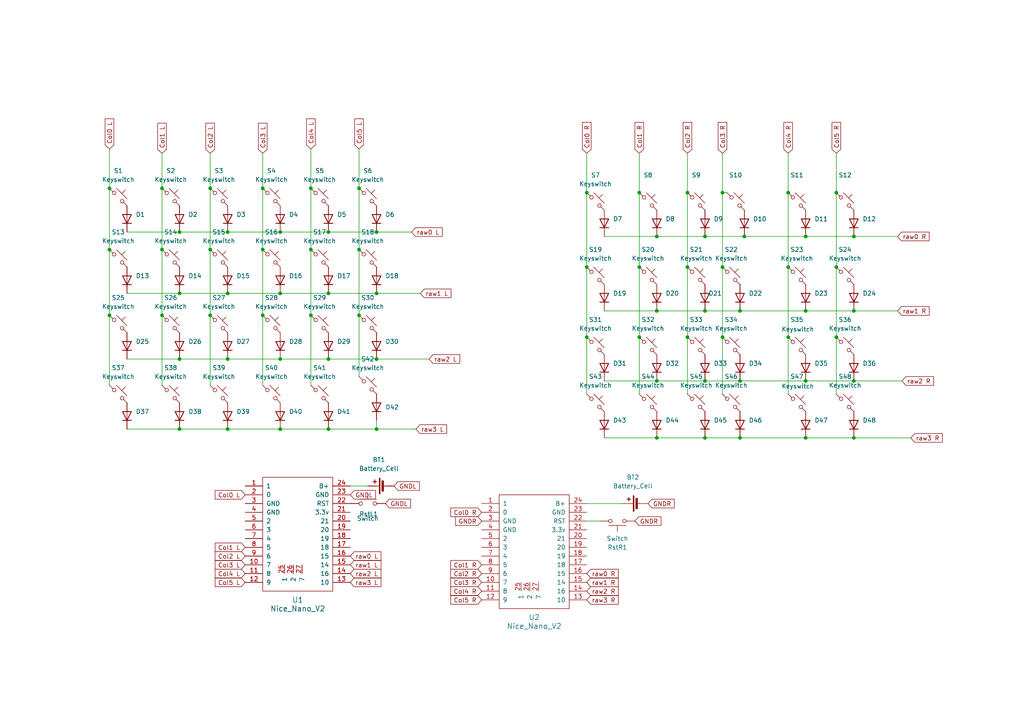
<source format=kicad_sch>
(kicad_sch (version 20250114) (generator "eeschema") (generator_version "9.0")
  (paper "A4")
  (junction (at 204.47 127))
  (junction (at 60.96 54.61))
  (junction (at 95.25 124.46))
  (junction (at 228.6 55.88))
  (junction (at 76.2 54.61))
  (junction (at 247.65 68.58))
  (junction (at 214.63 90.17))
  (junction (at 190.5 127))
  (junction (at 109.22 67.31))
  (junction (at 214.63 127))
  (junction (at 81.28 67.31))
  (junction (at 104.14 54.61))
  (junction (at 199.39 55.88))
  (junction (at 66.04 85.09))
  (junction (at 185.42 77.47))
  (junction (at 233.68 127))
  (junction (at 52.07 85.09))
  (junction (at 81.28 124.46))
  (junction (at 104.14 91.44))
  (junction (at 60.96 91.44))
  (junction (at 247.65 90.17))
  (junction (at 170.18 77.47))
  (junction (at 66.04 104.14))
  (junction (at 90.17 72.39))
  (junction (at 52.07 67.31))
  (junction (at 46.99 54.61))
  (junction (at 81.28 104.14))
  (junction (at 228.6 77.47))
  (junction (at 109.22 104.14))
  (junction (at 190.5 90.17))
  (junction (at 95.25 104.14))
  (junction (at 209.55 55.88))
  (junction (at 60.96 72.39))
  (junction (at 209.55 77.47))
  (junction (at 204.47 110.49))
  (junction (at 185.42 55.88))
  (junction (at 233.68 68.58))
  (junction (at 46.99 72.39))
  (junction (at 242.57 97.79))
  (junction (at 233.68 110.49))
  (junction (at 104.14 72.39))
  (junction (at 52.07 104.14))
  (junction (at 185.42 97.79))
  (junction (at 214.63 110.49))
  (junction (at 242.57 77.47))
  (junction (at 242.57 55.88))
  (junction (at 31.75 91.44))
  (junction (at 52.07 124.46))
  (junction (at 204.47 90.17))
  (junction (at 170.18 97.79))
  (junction (at 90.17 54.61))
  (junction (at 215.9 68.58))
  (junction (at 76.2 72.39))
  (junction (at 199.39 77.47))
  (junction (at 46.99 91.44))
  (junction (at 228.6 97.79))
  (junction (at 199.39 97.79))
  (junction (at 95.25 67.31))
  (junction (at 247.65 110.49))
  (junction (at 81.28 85.09))
  (junction (at 190.5 110.49))
  (junction (at 209.55 97.79))
  (junction (at 31.75 54.61))
  (junction (at 190.5 68.58))
  (junction (at 66.04 124.46))
  (junction (at 95.25 85.09))
  (junction (at 76.2 91.44))
  (junction (at 66.04 67.31))
  (junction (at 204.47 68.58))
  (junction (at 170.18 55.88))
  (junction (at 247.65 127))
  (junction (at 90.17 91.44))
  (junction (at 233.68 90.17))
  (junction (at 31.75 72.39))
  (junction (at 109.22 124.46))
  (junction (at 109.22 85.09))
  (wire (pts (xy 175.26 110.49) (xy 190.5 110.49)))
  (wire (pts (xy 209.55 77.47) (xy 209.55 55.88)))
  (wire (pts (xy 247.65 90.17) (xy 260.35 90.17)))
  (wire (pts (xy 109.22 124.46) (xy 120.65 124.46)))
  (wire (pts (xy 76.2 54.61) (xy 76.2 72.39)))
  (wire (pts (xy 233.68 68.58) (xy 247.65 68.58)))
  (wire (pts (xy 76.2 72.39) (xy 76.2 91.44)))
  (wire (pts (xy 31.75 43.18) (xy 31.75 54.61)))
  (wire (pts (xy 185.42 97.79) (xy 185.42 114.3)))
  (wire (pts (xy 233.68 90.17) (xy 247.65 90.17)))
  (wire (pts (xy 260.35 68.58) (xy 247.65 68.58)))
  (wire (pts (xy 81.28 124.46) (xy 95.25 124.46)))
  (wire (pts (xy 247.65 110.49) (xy 261.62 110.49)))
  (wire (pts (xy 199.39 55.88) (xy 199.39 44.45)))
  (wire (pts (xy 60.96 54.61) (xy 60.96 72.39)))
  (wire (pts (xy 52.07 104.14) (xy 66.04 104.14)))
  (wire (pts (xy 175.26 90.17) (xy 190.5 90.17)))
  (wire (pts (xy 81.28 67.31) (xy 95.25 67.31)))
  (wire (pts (xy 109.22 121.92) (xy 109.22 124.46)))
  (wire (pts (xy 228.6 77.47) (xy 228.6 97.79)))
  (wire (pts (xy 104.14 54.61) (xy 104.14 72.39)))
  (wire (pts (xy 170.18 55.88) (xy 170.18 77.47)))
  (wire (pts (xy 36.83 67.31) (xy 52.07 67.31)))
  (wire (pts (xy 31.75 72.39) (xy 31.75 91.44)))
  (wire (pts (xy 36.83 104.14) (xy 52.07 104.14)))
  (wire (pts (xy 199.39 77.47) (xy 199.39 97.79)))
  (wire (pts (xy 46.99 72.39) (xy 46.99 91.44)))
  (wire (pts (xy 214.63 127) (xy 233.68 127)))
  (wire (pts (xy 247.65 127) (xy 264.16 127)))
  (wire (pts (xy 214.63 90.17) (xy 233.68 90.17)))
  (wire (pts (xy 204.47 127) (xy 214.63 127)))
  (wire (pts (xy 36.83 85.09) (xy 52.07 85.09)))
  (wire (pts (xy 185.42 55.88) (xy 185.42 44.45)))
  (wire (pts (xy 209.55 97.79) (xy 209.55 114.3)))
  (wire (pts (xy 109.22 67.31) (xy 119.38 67.31)))
  (wire (pts (xy 242.57 55.88) (xy 242.57 77.47)))
  (wire (pts (xy 199.39 97.79) (xy 199.39 114.3)))
  (wire (pts (xy 215.9 68.58) (xy 233.68 68.58)))
  (wire (pts (xy 209.55 55.88) (xy 210.82 55.88)))
  (wire (pts (xy 76.2 44.45) (xy 76.2 54.61)))
  (wire (pts (xy 170.18 151.13) (xy 173.99 151.13)))
  (wire (pts (xy 228.6 55.88) (xy 228.6 77.47)))
  (wire (pts (xy 31.75 91.44) (xy 31.75 111.76)))
  (wire (pts (xy 214.63 110.49) (xy 233.68 110.49)))
  (wire (pts (xy 46.99 54.61) (xy 46.99 72.39)))
  (wire (pts (xy 170.18 44.45) (xy 170.18 55.88)))
  (wire (pts (xy 46.99 44.45) (xy 46.99 54.61)))
  (wire (pts (xy 31.75 54.61) (xy 31.75 72.39)))
  (wire (pts (xy 60.96 44.45) (xy 60.96 54.61)))
  (wire (pts (xy 190.5 127) (xy 204.47 127)))
  (wire (pts (xy 81.28 85.09) (xy 95.25 85.09)))
  (wire (pts (xy 233.68 127) (xy 247.65 127)))
  (wire (pts (xy 66.04 67.31) (xy 81.28 67.31)))
  (wire (pts (xy 90.17 72.39) (xy 90.17 91.44)))
  (wire (pts (xy 104.14 91.44) (xy 104.14 109.22)))
  (wire (pts (xy 175.26 68.58) (xy 190.5 68.58)))
  (wire (pts (xy 204.47 68.58) (xy 215.9 68.58)))
  (wire (pts (xy 66.04 124.46) (xy 81.28 124.46)))
  (wire (pts (xy 228.6 97.79) (xy 228.6 114.3)))
  (wire (pts (xy 185.42 77.47) (xy 185.42 97.79)))
  (wire (pts (xy 228.6 55.88) (xy 228.6 44.45)))
  (wire (pts (xy 95.25 124.46) (xy 109.22 124.46)))
  (wire (pts (xy 180.34 146.05) (xy 170.18 146.05)))
  (wire (pts (xy 199.39 55.88) (xy 199.39 77.47)))
  (wire (pts (xy 95.25 85.09) (xy 109.22 85.09)))
  (wire (pts (xy 90.17 54.61) (xy 90.17 72.39)))
  (wire (pts (xy 52.07 85.09) (xy 66.04 85.09)))
  (wire (pts (xy 204.47 110.49) (xy 214.63 110.49)))
  (wire (pts (xy 52.07 67.31) (xy 66.04 67.31)))
  (wire (pts (xy 190.5 110.49) (xy 204.47 110.49)))
  (wire (pts (xy 81.28 104.14) (xy 95.25 104.14)))
  (wire (pts (xy 52.07 124.46) (xy 66.04 124.46)))
  (wire (pts (xy 46.99 91.44) (xy 46.99 111.76)))
  (wire (pts (xy 209.55 55.88) (xy 209.55 44.45)))
  (wire (pts (xy 209.55 97.79) (xy 209.55 77.47)))
  (wire (pts (xy 60.96 72.39) (xy 60.96 91.44)))
  (wire (pts (xy 170.18 77.47) (xy 170.18 97.79)))
  (wire (pts (xy 242.57 97.79) (xy 242.57 114.3)))
  (wire (pts (xy 185.42 55.88) (xy 185.42 77.47)))
  (wire (pts (xy 95.25 104.14) (xy 109.22 104.14)))
  (wire (pts (xy 90.17 91.44) (xy 90.17 111.76)))
  (wire (pts (xy 36.83 124.46) (xy 52.07 124.46)))
  (wire (pts (xy 242.57 44.45) (xy 242.57 55.88)))
  (wire (pts (xy 190.5 68.58) (xy 204.47 68.58)))
  (wire (pts (xy 175.26 127) (xy 190.5 127)))
  (wire (pts (xy 90.17 43.18) (xy 90.17 54.61)))
  (wire (pts (xy 190.5 90.17) (xy 204.47 90.17)))
  (wire (pts (xy 204.47 90.17) (xy 214.63 90.17)))
  (wire (pts (xy 124.46 104.14) (xy 109.22 104.14)))
  (wire (pts (xy 66.04 104.14) (xy 81.28 104.14)))
  (wire (pts (xy 60.96 91.44) (xy 60.96 111.76)))
  (wire (pts (xy 101.6 140.97) (xy 106.68 140.97)))
  (wire (pts (xy 95.25 67.31) (xy 109.22 67.31)))
  (wire (pts (xy 66.04 85.09) (xy 81.28 85.09)))
  (wire (pts (xy 170.18 97.79) (xy 170.18 114.3)))
  (wire (pts (xy 109.22 85.09) (xy 121.92 85.09)))
  (wire (pts (xy 76.2 91.44) (xy 76.2 111.76)))
  (wire (pts (xy 233.68 110.49) (xy 247.65 110.49)))
  (wire (pts (xy 104.14 72.39) (xy 104.14 91.44)))
  (wire (pts (xy 242.57 77.47) (xy 242.57 97.79)))
  (wire (pts (xy 104.14 43.18) (xy 104.14 54.61)))
  (global_label "GNDL" (shape input) (at 114.3 140.97 0) (property "Intersheetrefs" "${INTERSHEET_REFS}" (effects (hide yes))))
  (global_label "Col1 R" (shape input) (at 185.42 44.45 90) (property "Intersheetrefs" "${INTERSHEET_REFS}" (effects (hide yes))))
  (global_label "Col5 R" (shape input) (at 139.7 173.99 180) (property "Intersheetrefs" "${INTERSHEET_REFS}" (effects (hide yes))))
  (global_label "Col3 R" (shape input) (at 139.7 168.91 180) (property "Intersheetrefs" "${INTERSHEET_REFS" (effects (hide yes))))
  (global_label "GNDL" (shape input) (at 111.76 146.05 0) (property "Intersheetrefs" "${INTERSHEET_REFS}" (effects (hide yes))))
  (global_label "raw2 R" (shape input) (at 170.18 171.45 0) (property "Intersheetrefs" "${INTERSHEET_REFS}" (effects (hide yes))))
  (global_label "Col5 R" (shape input) (at 242.57 44.45 90) (property "Intersheetrefs" "${INTERSHEET_REFS}" (effects (hide yes))))
  (global_label "raw0 R" (shape input) (at 260.35 68.58 0) (property "Intersheetrefs" "${INTERSHEET_REFS}" (effects (hide yes))))
  (global_label "raw1 R" (shape input) (at 260.35 90.17 0) (property "Intersheetrefs" "${INTERSHEET_REFS}" (effects (hide yes))))
  (global_label "raw2 L" (shape input) (at 101.6 166.37 0) (property "Intersheetrefs" "${INTERSHEET_REFS}" (effects (hide yes))))
  (global_label "raw0 L" (shape input) (at 101.6 161.29 0) (property "Intersheetrefs" "${INTERSHEET_REFS}" (effects (hide yes))))
  (global_label "raw0 L" (shape input) (at 119.38 67.31 0) (property "Intersheetrefs" "${INTERSHEET_REFS}" (effects (hide yes))))
  (global_label "Col1 L" (shape input) (at 71.12 158.75 180) (property "Intersheetrefs" "${INTERSHEET_REFS}" (effects (hide yes))))
  (global_label "GNDR" (shape input) (at 184.15 151.13 0) (property "Intersheetrefs" "${INTERSHEET_REFS}" (effects (hide yes))))
  (global_label "Col2 R" (shape input) (at 199.39 44.45 90) (property "Intersheetrefs" "${INTERSHEET_REFS}" (effects (hide yes))))
  (global_label "Col1 R" (shape input) (at 139.7 163.83 180) (property "Intersheetrefs" "${INTERSHEET_REFS}" (effects (hide yes))))
  (global_label "Col3 L" (shape input) (at 71.12 163.83 180) (property "Intersheetrefs" "${INTERSHEET_REFS}" (effects (hide yes))))
  (global_label "raw2 R" (shape input) (at 261.62 110.49 0) (property "Intersheetrefs" "${INTERSHEET_REFS}" (effects (hide yes))))
  (global_label "raw0 R" (shape input) (at 170.18 166.37 0) (property "Intersheetrefs" "${INTERSHEET_REFS}" (effects (hide yes))))
  (global_label "raw3 L" (shape input) (at 120.65 124.46 0) (property "Intersheetrefs" "${INTERSHEET_REFS}" (effects (hide yes))))
  (global_label "Col0 R" (shape input) (at 139.7 148.59 180) (property "Intersheetrefs" "${INTERSHEET_REFS}" (effects (hide yes))))
  (global_label "Col5 L" (shape input) (at 71.12 168.91 180) (property "Intersheetrefs" "${INTERSHEET_REFS}" (effects (hide yes))))
  (global_label "Col0 L" (shape input) (at 31.75 43.18 90) (property "Intersheetrefs" "${INTERSHEET_REFS}" (effects (hide yes))))
  (global_label "Col3 L" (shape input) (at 76.2 44.45 90) (property "Intersheetrefs" "${INTERSHEET_REFS}" (effects (hide yes))))
  (global_label "raw3 R" (shape input) (at 264.16 127 0) (property "Intersheetrefs" "${INTERSHEET_REFS}" (effects (hide yes))))
  (global_label "raw2 L" (shape input) (at 124.46 104.14 0) (property "Intersheetrefs" "${INTERSHEET_REFS}" (effects (hide yes))))
  (global_label "Col4 L" (shape input) (at 71.12 166.37 180) (property "Intersheetrefs" "${INTERSHEET_REFS}" (effects (hide yes))))
  (global_label "raw1 R" (shape input) (at 170.18 168.91 0) (property "Intersheetrefs" "${INTERSHEET_REFS}" (effects (hide yes))))
  (global_label "Col4 R" (shape input) (at 139.7 171.45 180) (property "Intersheetrefs" "${INTERSHEET_REFS}" (effects (hide yes))))
  (global_label "Col4 L" (shape input) (at 90.17 43.18 90) (property "Intersheetrefs" "${INTERSHEET_REFS}" (effects (hide yes))))
  (global_label "GNDR" (shape input) (at 139.7 151.13 180) (property "Intersheetrefs" "${INTERSHEET_REFS}" (effects (hide yes))))
  (global_label "raw3 L" (shape input) (at 101.6 168.91 0) (property "Intersheetrefs" "${INTERSHEET_REFS}" (effects (hide yes))))
  (global_label "raw3 R" (shape input) (at 170.18 173.99 0) (property "Intersheetrefs" "${INTERSHEET_REFS}" (effects (hide yes))))
  (global_label "raw1 L" (shape input) (at 101.6 163.83 0) (property "Intersheetrefs" "${INTERSHEET_REFS}" (effects (hide yes))))
  (global_label "GNDR" (shape input) (at 187.96 146.05 0) (property "Intersheetrefs" "${INTERSHEET_REFS}" (effects (hide yes))))
  (global_label "Col0 L" (shape input) (at 71.12 143.51 180) (property "Intersheetrefs" "${INTERSHEET_REFS}" (effects (hide yes))))
  (global_label "Col3 R" (shape input) (at 209.55 44.45 90) (property "Intersheetrefs" "${INTERSHEET_REFS}" (effects (hide yes))))
  (global_label "raw1 L" (shape input) (at 121.92 85.09 0) (property "Intersheetrefs" "${INTERSHEET_REFS}" (effects (hide yes))))
  (global_label "Col2 L" (shape input) (at 60.96 44.45 90) (property "Intersheetrefs" "${INTERSHEET_REFS}" (effects (hide yes))))
  (global_label "Col4 R" (shape input) (at 228.6 44.45 90) (property "Intersheetrefs" "${INTERSHEET_REFS}" (effects (hide yes))))
  (global_label "Col2 L" (shape input) (at 71.12 161.29 180) (property "Intersheetrefs" "${INTERSHEET_REFS}" (effects (hide yes))))
  (global_label "GNDL" (shape input) (at 101.6 143.51 0) (property "Intersheetrefs" "${INTERSHEET_REFS}" (effects (hide yes))))
  (global_label "Col0 R" (shape input) (at 170.18 44.45 90) (property "Intersheetrefs" "${INTERSHEET_REFS}" (effects (hide yes))))
  (global_label "Col2 R" (shape input) (at 139.7 166.37 180) (property "Intersheetrefs" "${INTERSHEET_REFS}" (effects (hide yes))))
  (global_label "Col5 L" (shape input) (at 104.14 43.18 90) (property "Intersheetrefs" "${INTERSHEET_REFS}" (effects (hide yes))))
  (global_label "Col1 L" (shape input) (at 46.99 44.45 90) (property "Intersheetrefs" "${INTERSHEET_REFS}" (effects (hide yes))))
  (symbol (lib_id "ScottoKeebs:Placeholder_Diode") (at 190.5 86.36 90) (unit 1)
    (property "Reference" "D20" (at 193.04 85.0899 90) (effects (justify right)))
    (property "Value" "Diode" (effects (hide yes)))
    (property "Footprint" "ScottoKeebs_Components:Diode_DO-35" (effects (hide yes)))
    (property "Description" "1N4148 (DO-35) or 1N4148W (SOD-123)" (effects (hide yes)))
    (property "Sim.Device" "D" (effects (hide yes)))
    (property "Sim.Pins" "1=K 2=A" (effects (hide yes)))
  )
  (symbol (lib_id "ScottoKeebs:Placeholder_Diode") (at 81.28 81.28 90) (unit 1)
    (property "Reference" "D16" (at 83.82 80.0099 90) (effects (justify right)))
    (property "Value" "Diode" (effects (hide yes)))
    (property "Footprint" "ScottoKeebs_Components:Diode_DO-35" (effects (hide yes)))
    (property "Description" "1N4148 (DO-35) or 1N4148W (SOD-123)" (effects (hide yes)))
    (property "Sim.Device" "D" (effects (hide yes)))
    (property "Sim.Pins" "1=K 2=A" (effects (hide yes)))
  )
  (symbol (lib_id "ScottoKeebs:Placeholder_Switch") (at 106.68 146.05 0) (unit 1)
    (property "Reference" "RstL1" (at 106.934 149.098 0))
    (property "Value" "Switch" (at 106.68 150.368 0))
    (property "Footprint" "Button_Switch_THT:SW_Slide_SPDT_Straight_CK_OS102011MS2Q" (effects (hide yes)))
    (property "Description" "Push button switch, generic, two pins" (effects (hide yes)))
  )
  (symbol (lib_id "ScottoKeebs:Placeholder_Keyswitch") (at 245.11 100.33 0) (unit 1)
    (property "Reference" "S36" (at 245.11 92.71 0))
    (property "Value" "Keyswitch" (at 245.11 95.25 0))
    (property "Footprint" "ScottoKeebs_Hotswap:SW_Gateron_LowProfile_HotSwap_THT" (effects (hide yes)))
    (property "Description" "Push button switch, normally open, two pins, 45° tilted" (effects (hide yes)))
  )
  (symbol (lib_id "ScottoKeebs:Placeholder_Diode") (at 233.68 64.77 90) (unit 1)
    (property "Reference" "D11" (at 236.22 63.4999 90) (effects (justify right)))
    (property "Value" "Diode" (effects (hide yes)))
    (property "Footprint" "ScottoKeebs_Components:Diode_DO-35" (effects (hide yes)))
    (property "Description" "1N4148 (DO-35) or 1N4148W (SOD-123)" (effects (hide yes)))
    (property "Sim.Device" "D" (effects (hide yes)))
    (property "Sim.Pins" "1=K 2=A" (effects (hide yes)))
  )
  (symbol (lib_id "ScottoKeebs:Placeholder_Keyswitch") (at 49.53 114.3 0) (unit 1)
    (property "Reference" "S38" (at 49.53 106.68 0))
    (property "Value" "Keyswitch" (at 49.53 109.22 0))
    (property "Footprint" "ScottoKeebs_Hotswap:SW_Gateron_LowProfile_HotSwap_THT" (effects (hide yes)))
    (property "Description" "Push button switch, normally open, two pins, 45° tilted" (effects (hide yes)))
  )
  (symbol (lib_id "ScottoKeebs:Placeholder_Keyswitch") (at 187.96 80.01 0) (unit 1)
    (property "Reference" "S20" (at 187.96 72.39 0))
    (property "Value" "Keyswitch" (at 187.96 74.93 0))
    (property "Footprint" "ScottoKeebs_Hotswap:SW_Gateron_LowProfile_HotSwap_THT" (effects (hide yes)))
    (property "Description" "Push button switch, normally open, two pins, 45° tilted" (effects (hide yes)))
  )
  (symbol (lib_id "ScottoKeebs:Placeholder_Keyswitch") (at 106.68 57.15 0) (unit 1)
    (property "Reference" "S6" (at 106.68 49.53 0))
    (property "Value" "Keyswitch" (at 106.68 52.07 0))
    (property "Footprint" "ScottoKeebs_Hotswap:SW_Gateron_LowProfile_HotSwap_THT" (effects (hide yes)))
    (property "Description" "Push button switch, normally open, two pins, 45° tilted" (effects (hide yes)))
  )
  (symbol (lib_id "ScottoKeebs:Placeholder_Diode") (at 175.26 123.19 90) (unit 1)
    (property "Reference" "D43" (at 177.8 121.9199 90) (effects (justify right)))
    (property "Value" "Diode" (effects (hide yes)))
    (property "Footprint" "ScottoKeebs_Components:Diode_DO-35" (effects (hide yes)))
    (property "Description" "1N4148 (DO-35) or 1N4148W (SOD-123)" (effects (hide yes)))
    (property "Sim.Device" "D" (effects (hide yes)))
    (property "Sim.Pins" "1=K 2=A" (effects (hide yes)))
  )
  (symbol (lib_id "ScottoKeebs:Placeholder_Diode") (at 233.68 86.36 90) (unit 1)
    (property "Reference" "D23" (at 236.22 85.0899 90) (effects (justify right)))
    (property "Value" "Diode" (effects (hide yes)))
    (property "Footprint" "ScottoKeebs_Components:Diode_DO-35" (effects (hide yes)))
    (property "Description" "1N4148 (DO-35) or 1N4148W (SOD-123)" (effects (hide yes)))
    (property "Sim.Device" "D" (effects (hide yes)))
    (property "Sim.Pins" "1=K 2=A" (effects (hide yes)))
  )
  (symbol (lib_id "ScottoKeebs:Placeholder_Diode") (at 247.65 86.36 90) (unit 1)
    (property "Reference" "D24" (at 250.19 85.0899 90) (effects (justify right)))
    (property "Value" "Diode" (effects (hide yes)))
    (property "Footprint" "ScottoKeebs_Components:Diode_DO-35" (effects (hide yes)))
    (property "Description" "1N4148 (DO-35) or 1N4148W (SOD-123)" (effects (hide yes)))
    (property "Sim.Device" "D" (effects (hide yes)))
    (property "Sim.Pins" "1=K 2=A" (effects (hide yes)))
  )
  (symbol (lib_id "ScottoKeebs:Placeholder_Keyswitch") (at 34.29 57.15 0) (unit 1)
    (property "Reference" "S1" (at 34.29 49.53 0))
    (property "Value" "Keyswitch" (at 34.29 52.07 0))
    (property "Footprint" "ScottoKeebs_Hotswap:SW_Gateron_LowProfile_HotSwap_THT" (effects (hide yes)))
    (property "Description" "Push button switch, normally open, two pins, 45° tilted" (effects (hide yes)))
  )
  (symbol (lib_id "ScottoKeebs:Placeholder_Keyswitch") (at 231.14 100.33 0) (unit 1)
    (property "Reference" "S35" (at 231.14 92.71 0))
    (property "Value" "Keyswitch" (at 231.394 95.504 0))
    (property "Footprint" "ScottoKeebs_Hotswap:SW_Gateron_LowProfile_HotSwap_THT" (effects (hide yes)))
    (property "Description" "Push button switch, normally open, two pins, 45° tilted" (effects (hide yes)))
  )
  (symbol (lib_id "Device:Battery_Cell") (at 111.76 140.97 90) (unit 1)
    (property "Reference" "BT1" (at 109.9185 133.35 90))
    (property "Value" "Battery_Cell" (at 109.9185 135.89 90))
    (property "Footprint" "ScottoKeebs_Scotto:Battery" (effects (hide yes)))
    (property "Description" "Single-cell battery" (effects (hide yes)))
  )
  (symbol (lib_id "ScottoKeebs:Placeholder_Keyswitch") (at 78.74 114.3 0) (unit 1)
    (property "Reference" "S40" (at 78.74 106.68 0))
    (property "Value" "Keyswitch" (at 78.74 109.22 0))
    (property "Footprint" "ScottoKeebs_Hotswap:SW_Gateron_LowProfile_HotSwap_THT" (effects (hide yes)))
    (property "Description" "Push button switch, normally open, two pins, 45° tilted" (effects (hide yes)))
  )
  (symbol (lib_id "ScottoKeebs:Placeholder_Diode") (at 95.25 81.28 90) (unit 1)
    (property "Reference" "D17" (at 97.79 80.0099 90) (effects (justify right)))
    (property "Value" "Diode" (effects (hide yes)))
    (property "Footprint" "ScottoKeebs_Components:Diode_DO-35" (effects (hide yes)))
    (property "Description" "1N4148 (DO-35) or 1N4148W (SOD-123)" (effects (hide yes)))
    (property "Sim.Device" "D" (effects (hide yes)))
    (property "Sim.Pins" "1=K 2=A" (effects (hide yes)))
  )
  (symbol (lib_id "ScottoKeebs:Placeholder_Switch") (at 179.07 151.13 180) (unit 1)
    (property "Reference" "RstR1" (at 179.07 158.75 0))
    (property "Value" "Switch" (at 179.07 156.21 0))
    (property "Footprint" "Button_Switch_THT:SW_Slide_SPDT_Straight_CK_OS102011MS2Q" (effects (hide yes)))
    (property "Description" "Push button switch, generic, two pins" (effects (hide yes)))
  )
  (symbol (lib_id "ScottoKeebs:Placeholder_Diode") (at 81.28 100.33 90) (unit 1)
    (property "Reference" "D28" (at 83.82 99.0599 90) (effects (justify right)))
    (property "Value" "Diode" (effects (hide yes)))
    (property "Footprint" "ScottoKeebs_Components:Diode_DO-35" (effects (hide yes)))
    (property "Description" "1N4148 (DO-35) or 1N4148W (SOD-123)" (effects (hide yes)))
    (property "Sim.Device" "D" (effects (hide yes)))
    (property "Sim.Pins" "1=K 2=A" (effects (hide yes)))
  )
  (symbol (lib_id "ScottoKeebs:Placeholder_Keyswitch") (at 231.14 58.42 0) (unit 1)
    (property "Reference" "S11" (at 231.14 50.8 0))
    (property "Value" "Keyswitch" (effects (hide yes)))
    (property "Footprint" "ScottoKeebs_Hotswap:SW_Gateron_LowProfile_HotSwap_THT" (effects (hide yes)))
    (property "Description" "Push button switch, normally open, two pins, 45° tilted" (effects (hide yes)))
  )
  (symbol (lib_id "ScottoKeebs:Placeholder_Diode") (at 81.28 63.5 90) (unit 1)
    (property "Reference" "D4" (at 83.82 62.2299 90) (effects (justify right)))
    (property "Value" "Diode" (effects (hide yes)))
    (property "Footprint" "ScottoKeebs_Components:Diode_DO-35" (effects (hide yes)))
    (property "Description" "1N4148 (DO-35) or 1N4148W (SOD-123)" (effects (hide yes)))
    (property "Sim.Device" "D" (effects (hide yes)))
    (property "Sim.Pins" "1=K 2=A" (effects (hide yes)))
  )
  (symbol (lib_id "ScottoKeebs:Placeholder_Keyswitch") (at 187.96 58.42 0) (unit 1)
    (property "Reference" "S8" (at 187.96 50.8 0))
    (property "Value" "Keyswitch" (effects (hide yes)))
    (property "Footprint" "ScottoKeebs_Hotswap:SW_Gateron_LowProfile_HotSwap_THT" (effects (hide yes)))
    (property "Description" "Push button switch, normally open, two pins, 45° tilted" (effects (hide yes)))
  )
  (symbol (lib_id "ScottoKeebs:Placeholder_Keyswitch") (at 201.93 80.01 0) (unit 1)
    (property "Reference" "S21" (at 201.93 72.39 0))
    (property "Value" "Keyswitch" (at 201.93 74.93 0))
    (property "Footprint" "ScottoKeebs_Hotswap:SW_Gateron_LowProfile_HotSwap_THT" (effects (hide yes)))
    (property "Description" "Push button switch, normally open, two pins, 45° tilted" (effects (hide yes)))
  )
  (symbol (lib_id "ScottoKeebs:Placeholder_Diode") (at 109.22 81.28 90) (unit 1)
    (property "Reference" "D18" (at 111.76 80.0099 90) (effects (justify right)))
    (property "Value" "Diode" (effects (hide yes)))
    (property "Footprint" "ScottoKeebs_Components:Diode_DO-35" (effects (hide yes)))
    (property "Description" "1N4148 (DO-35) or 1N4148W (SOD-123)" (effects (hide yes)))
    (property "Sim.Device" "D" (effects (hide yes)))
    (property "Sim.Pins" "1=K 2=A" (effects (hide yes)))
  )
  (symbol (lib_id "ScottoKeebs:Placeholder_Diode") (at 109.22 63.5 90) (unit 1)
    (property "Reference" "D6" (at 111.76 62.2299 90) (effects (justify right)))
    (property "Value" "Diode" (effects (hide yes)))
    (property "Footprint" "ScottoKeebs_Components:Diode_DO-35" (effects (hide yes)))
    (property "Description" "1N4148 (DO-35) or 1N4148W (SOD-123)" (effects (hide yes)))
    (property "Sim.Device" "D" (effects (hide yes)))
    (property "Sim.Pins" "1=K 2=A" (effects (hide yes)))
  )
  (symbol (lib_id "ScottoKeebs:Placeholder_Diode") (at 66.04 81.28 90) (unit 1)
    (property "Reference" "D15" (at 68.58 80.0099 90) (effects (justify right)))
    (property "Value" "Diode" (effects (hide yes)))
    (property "Footprint" "ScottoKeebs_Components:Diode_DO-35" (effects (hide yes)))
    (property "Description" "1N4148 (DO-35) or 1N4148W (SOD-123)" (effects (hide yes)))
    (property "Sim.Device" "D" (effects (hide yes)))
    (property "Sim.Pins" "1=K 2=A" (effects (hide yes)))
  )
  (symbol (lib_id "ScottoKeebs:MCU_Nice_Nano_V2") (at 86.36 154.94 0) (unit 1)
    (property "Reference" "U1" (at 86.36 173.99 0) (effects (font (size 1.524 1.524))))
    (property "Value" "Nice_Nano_V2" (at 86.36 176.53 0) (effects (font (size 1.524 1.524))))
    (property "Footprint" "ScottoKeebs_MCU:Nice_Nano_V2" (effects (hide yes)))
  )
  (symbol (lib_id "ScottoKeebs:Placeholder_Keyswitch") (at 92.71 57.15 0) (unit 1)
    (property "Reference" "S5" (at 92.71 49.53 0))
    (property "Value" "Keyswitch" (at 92.71 52.07 0))
    (property "Footprint" "ScottoKeebs_Hotswap:SW_Gateron_LowProfile_HotSwap_THT" (effects (hide yes)))
    (property "Description" "Push button switch, normally open, two pins, 45° tilted" (effects (hide yes)))
  )
  (symbol (lib_id "ScottoKeebs:Placeholder_Diode") (at 52.07 100.33 90) (unit 1)
    (property "Reference" "D26" (at 54.61 99.0599 90) (effects (justify right)))
    (property "Value" "Diode" (effects (hide yes)))
    (property "Footprint" "ScottoKeebs_Components:Diode_DO-35" (effects (hide yes)))
    (property "Description" "1N4148 (DO-35) or 1N4148W (SOD-123)" (effects (hide yes)))
    (property "Sim.Device" "D" (effects (hide yes)))
    (property "Sim.Pins" "1=K 2=A" (effects (hide yes)))
  )
  (symbol (lib_id "ScottoKeebs:Placeholder_Diode") (at 36.83 81.28 90) (unit 1)
    (property "Reference" "D13" (at 39.37 80.0099 90) (effects (justify right)))
    (property "Value" "Diode" (effects (hide yes)))
    (property "Footprint" "ScottoKeebs_Components:Diode_DO-35" (effects (hide yes)))
    (property "Description" "1N4148 (DO-35) or 1N4148W (SOD-123)" (effects (hide yes)))
    (property "Sim.Device" "D" (effects (hide yes)))
    (property "Sim.Pins" "1=K 2=A" (effects (hide yes)))
  )
  (symbol (lib_id "ScottoKeebs:Placeholder_Keyswitch") (at 231.14 80.01 0) (unit 1)
    (property "Reference" "S23" (at 231.14 72.39 0))
    (property "Value" "Keyswitch" (at 231.14 74.93 0))
    (property "Footprint" "ScottoKeebs_Hotswap:SW_Gateron_LowProfile_HotSwap_THT" (effects (hide yes)))
    (property "Description" "Push button switch, normally open, two pins, 45° tilted" (effects (hide yes)))
  )
  (symbol (lib_id "ScottoKeebs:Placeholder_Diode") (at 233.68 106.68 90) (unit 1)
    (property "Reference" "D35" (at 236.22 105.4099 90) (effects (justify right)))
    (property "Value" "Diode" (effects (hide yes)))
    (property "Footprint" "ScottoKeebs_Components:Diode_DO-35" (effects (hide yes)))
    (property "Description" "1N4148 (DO-35) or 1N4148W (SOD-123)" (effects (hide yes)))
    (property "Sim.Device" "D" (effects (hide yes)))
    (property "Sim.Pins" "1=K 2=A" (effects (hide yes)))
  )
  (symbol (lib_id "ScottoKeebs:Placeholder_Keyswitch") (at 49.53 93.98 0) (unit 1)
    (property "Reference" "S26" (at 49.53 86.36 0))
    (property "Value" "Keyswitch" (at 49.53 88.9 0))
    (property "Footprint" "ScottoKeebs_Hotswap:SW_Gateron_LowProfile_HotSwap_THT" (effects (hide yes)))
    (property "Description" "Push button switch, normally open, two pins, 45° tilted" (effects (hide yes)))
  )
  (symbol (lib_id "ScottoKeebs:Placeholder_Diode") (at 36.83 63.5 90) (unit 1)
    (property "Reference" "D1" (at 39.37 62.2299 90) (effects (justify right)))
    (property "Value" "Diode" (effects (hide yes)))
    (property "Footprint" "ScottoKeebs_Components:Diode_DO-35" (effects (hide yes)))
    (property "Description" "1N4148 (DO-35) or 1N4148W (SOD-123)" (effects (hide yes)))
    (property "Sim.Device" "D" (effects (hide yes)))
    (property "Sim.Pins" "1=K 2=A" (effects (hide yes)))
  )
  (symbol (lib_id "ScottoKeebs:Placeholder_Keyswitch") (at 172.72 58.42 0) (unit 1)
    (property "Reference" "S7" (at 172.72 50.8 0))
    (property "Value" "Keyswitch" (at 172.72 53.34 0))
    (property "Footprint" "ScottoKeebs_Hotswap:SW_Gateron_LowProfile_HotSwap_THT" (effects (hide yes)))
    (property "Description" "Push button switch, normally open, two pins, 45° tilted" (effects (hide yes)))
  )
  (symbol (lib_id "ScottoKeebs:Placeholder_Diode") (at 215.9 64.77 90) (unit 1)
    (property "Reference" "D10" (at 218.44 63.4999 90) (effects (justify right)))
    (property "Value" "Diode" (effects (hide yes)))
    (property "Footprint" "ScottoKeebs_Components:Diode_DO-35" (effects (hide yes)))
    (property "Description" "1N4148 (DO-35) or 1N4148W (SOD-123)" (effects (hide yes)))
    (property "Sim.Device" "D" (effects (hide yes)))
    (property "Sim.Pins" "1=K 2=A" (effects (hide yes)))
  )
  (symbol (lib_id "ScottoKeebs:Placeholder_Diode") (at 214.63 106.68 90) (unit 1)
    (property "Reference" "D34" (at 217.17 105.4099 90) (effects (justify right)))
    (property "Value" "Diode" (effects (hide yes)))
    (property "Footprint" "ScottoKeebs_Components:Diode_DO-35" (effects (hide yes)))
    (property "Description" "1N4148 (DO-35) or 1N4148W (SOD-123)" (effects (hide yes)))
    (property "Sim.Device" "D" (effects (hide yes)))
    (property "Sim.Pins" "1=K 2=A" (effects (hide yes)))
  )
  (symbol (lib_id "ScottoKeebs:Placeholder_Diode") (at 66.04 120.65 90) (unit 1)
    (property "Reference" "D39" (at 68.58 119.3799 90) (effects (justify right)))
    (property "Value" "Diode" (effects (hide yes)))
    (property "Footprint" "ScottoKeebs_Components:Diode_DO-35" (effects (hide yes)))
    (property "Description" "1N4148 (DO-35) or 1N4148W (SOD-123)" (effects (hide yes)))
    (property "Sim.Device" "D" (effects (hide yes)))
    (property "Sim.Pins" "1=K 2=A" (effects (hide yes)))
  )
  (symbol (lib_id "ScottoKeebs:Placeholder_Diode") (at 109.22 118.11 90) (unit 1)
    (property "Reference" "D42" (at 111.76 118.1099 90) (effects (justify right)))
    (property "Value" "Diode" (effects (hide yes)))
    (property "Footprint" "ScottoKeebs_Components:Diode_DO-35" (effects (hide yes)))
    (property "Description" "1N4148 (DO-35) or 1N4148W (SOD-123)" (effects (hide yes)))
    (property "Sim.Device" "D" (effects (hide yes)))
    (property "Sim.Pins" "1=K 2=A" (effects (hide yes)))
  )
  (symbol (lib_id "ScottoKeebs:Placeholder_Diode") (at 36.83 120.65 90) (unit 1)
    (property "Reference" "D37" (at 39.37 119.3799 90) (effects (justify right)))
    (property "Value" "Diode" (effects (hide yes)))
    (property "Footprint" "ScottoKeebs_Components:Diode_DO-35" (effects (hide yes)))
    (property "Description" "1N4148 (DO-35) or 1N4148W (SOD-123)" (effects (hide yes)))
    (property "Sim.Device" "D" (effects (hide yes)))
    (property "Sim.Pins" "1=K 2=A" (effects (hide yes)))
  )
  (symbol (lib_id "ScottoKeebs:Placeholder_Diode") (at 175.26 86.36 90) (unit 1)
    (property "Reference" "D19" (at 177.8 85.0899 90) (effects (justify right)))
    (property "Value" "Diode" (effects (hide yes)))
    (property "Footprint" "ScottoKeebs_Components:Diode_DO-35" (effects (hide yes)))
    (property "Description" "1N4148 (DO-35) or 1N4148W (SOD-123)" (effects (hide yes)))
    (property "Sim.Device" "D" (effects (hide yes)))
    (property "Sim.Pins" "1=K 2=A" (effects (hide yes)))
  )
  (symbol (lib_id "ScottoKeebs:Placeholder_Keyswitch") (at 92.71 114.3 0) (unit 1)
    (property "Reference" "S41" (at 92.71 106.68 0))
    (property "Value" "Keyswitch" (at 92.71 109.22 0))
    (property "Footprint" "ScottoKeebs_Hotswap:SW_Gateron_LowProfile_HotSwap_THT" (effects (hide yes)))
    (property "Description" "Push button switch, normally open, two pins, 45° tilted" (effects (hide yes)))
  )
  (symbol (lib_id "ScottoKeebs:Placeholder_Diode") (at 214.63 86.36 90) (unit 1)
    (property "Reference" "D22" (at 217.17 85.0899 90) (effects (justify right)))
    (property "Value" "Diode" (effects (hide yes)))
    (property "Footprint" "ScottoKeebs_Components:Diode_DO-35" (effects (hide yes)))
    (property "Description" "1N4148 (DO-35) or 1N4148W (SOD-123)" (effects (hide yes)))
    (property "Sim.Device" "D" (effects (hide yes)))
    (property "Sim.Pins" "1=K 2=A" (effects (hide yes)))
  )
  (symbol (lib_id "ScottoKeebs:Placeholder_Keyswitch") (at 245.11 116.84 0) (unit 1)
    (property "Reference" "S48" (at 245.11 109.22 0))
    (property "Value" "Keyswitch" (at 245.11 111.76 0))
    (property "Footprint" "ScottoKeebs_Hotswap:SW_Gateron_LowProfile_HotSwap_THT" (effects (hide yes)))
    (property "Description" "Push button switch, normally open, two pins, 45° tilted" (effects (hide yes)))
  )
  (symbol (lib_id "ScottoKeebs:Placeholder_Diode") (at 95.25 63.5 90) (unit 1)
    (property "Reference" "D5" (at 97.79 62.2299 90) (effects (justify right)))
    (property "Value" "Diode" (effects (hide yes)))
    (property "Footprint" "ScottoKeebs_Components:Diode_DO-35" (effects (hide yes)))
    (property "Description" "1N4148 (DO-35) or 1N4148W (SOD-123)" (effects (hide yes)))
    (property "Sim.Device" "D" (effects (hide yes)))
    (property "Sim.Pins" "1=K 2=A" (effects (hide yes)))
  )
  (symbol (lib_id "ScottoKeebs:Placeholder_Keyswitch") (at 63.5 74.93 0) (unit 1)
    (property "Reference" "S15" (at 63.5 67.31 0))
    (property "Value" "Keyswitch" (at 63.5 69.85 0))
    (property "Footprint" "ScottoKeebs_Hotswap:SW_Gateron_LowProfile_HotSwap_THT" (effects (hide yes)))
    (property "Description" "Push button switch, normally open, two pins, 45° tilted" (effects (hide yes)))
  )
  (symbol (lib_id "ScottoKeebs:Placeholder_Keyswitch") (at 172.72 116.84 0) (unit 1)
    (property "Reference" "S43" (at 172.72 109.22 0))
    (property "Value" "Keyswitch" (at 172.72 111.76 0))
    (property "Footprint" "ScottoKeebs_Hotswap:SW_Gateron_LowProfile_HotSwap_THT" (effects (hide yes)))
    (property "Description" "Push button switch, normally open, two pins, 45° tilted" (effects (hide yes)))
  )
  (symbol (lib_id "ScottoKeebs:Placeholder_Keyswitch") (at 49.53 57.15 0) (unit 1)
    (property "Reference" "S2" (at 49.53 49.53 0))
    (property "Value" "Keyswitch" (at 49.53 52.07 0))
    (property "Footprint" "ScottoKeebs_Hotswap:SW_Gateron_LowProfile_HotSwap_THT" (effects (hide yes)))
    (property "Description" "Push button switch, normally open, two pins, 45° tilted" (effects (hide yes)))
  )
  (symbol (lib_id "ScottoKeebs:Placeholder_Diode") (at 52.07 81.28 90) (unit 1)
    (property "Reference" "D14" (at 54.61 80.0099 90) (effects (justify right)))
    (property "Value" "Diode" (effects (hide yes)))
    (property "Footprint" "ScottoKeebs_Components:Diode_DO-35" (effects (hide yes)))
    (property "Description" "1N4148 (DO-35) or 1N4148W (SOD-123)" (effects (hide yes)))
    (property "Sim.Device" "D" (effects (hide yes)))
    (property "Sim.Pins" "1=K 2=A" (effects (hide yes)))
  )
  (symbol (lib_id "ScottoKeebs:Placeholder_Keyswitch") (at 92.71 93.98 0) (unit 1)
    (property "Reference" "S29" (at 92.71 86.36 0))
    (property "Value" "Keyswitch" (at 92.71 88.9 0))
    (property "Footprint" "ScottoKeebs_Hotswap:SW_Gateron_LowProfile_HotSwap_THT" (effects (hide yes)))
    (property "Description" "Push button switch, normally open, two pins, 45° tilted" (effects (hide yes)))
  )
  (symbol (lib_id "ScottoKeebs:Placeholder_Keyswitch") (at 172.72 100.33 0) (unit 1)
    (property "Reference" "S31" (at 172.72 92.71 0))
    (property "Value" "Keyswitch" (at 172.72 95.25 0))
    (property "Footprint" "ScottoKeebs_Hotswap:SW_Gateron_LowProfile_HotSwap_THT" (effects (hide yes)))
    (property "Description" "Push button switch, normally open, two pins, 45° tilted" (effects (hide yes)))
  )
  (symbol (lib_id "ScottoKeebs:Placeholder_Diode") (at 95.25 120.65 90) (unit 1)
    (property "Reference" "D41" (at 97.79 119.3799 90) (effects (justify right)))
    (property "Value" "Diode" (effects (hide yes)))
    (property "Footprint" "ScottoKeebs_Components:Diode_DO-35" (effects (hide yes)))
    (property "Description" "1N4148 (DO-35) or 1N4148W (SOD-123)" (effects (hide yes)))
    (property "Sim.Device" "D" (effects (hide yes)))
    (property "Sim.Pins" "1=K 2=A" (effects (hide yes)))
  )
  (symbol (lib_id "ScottoKeebs:Placeholder_Keyswitch") (at 212.09 80.01 0) (unit 1)
    (property "Reference" "S22" (at 212.09 72.39 0))
    (property "Value" "Keyswitch" (at 212.09 74.93 0))
    (property "Footprint" "ScottoKeebs_Hotswap:SW_Gateron_LowProfile_HotSwap_THT" (effects (hide yes)))
    (property "Description" "Push button switch, normally open, two pins, 45° tilted" (effects (hide yes)))
  )
  (symbol (lib_id "ScottoKeebs:Placeholder_Keyswitch") (at 201.93 116.84 0) (unit 1)
    (property "Reference" "S45" (at 201.93 109.22 0))
    (property "Value" "Keyswitch" (at 201.93 111.76 0))
    (property "Footprint" "ScottoKeebs_Hotswap:SW_Gateron_LowProfile_HotSwap_THT" (effects (hide yes)))
    (property "Description" "Push button switch, normally open, two pins, 45° tilted" (effects (hide yes)))
  )
  (symbol (lib_id "ScottoKeebs:Placeholder_Diode") (at 204.47 106.68 90) (unit 1)
    (property "Reference" "D33" (at 207.01 105.4099 90) (effects (justify right)))
    (property "Value" "Diode" (effects (hide yes)))
    (property "Footprint" "ScottoKeebs_Components:Diode_DO-35" (effects (hide yes)))
    (property "Description" "1N4148 (DO-35) or 1N4148W (SOD-123)" (effects (hide yes)))
    (property "Sim.Device" "D" (effects (hide yes)))
    (property "Sim.Pins" "1=K 2=A" (effects (hide yes)))
  )
  (symbol (lib_id "ScottoKeebs:Placeholder_Diode") (at 190.5 106.68 90) (unit 1)
    (property "Reference" "D32" (at 193.04 105.4099 90) (effects (justify right)))
    (property "Value" "Diode" (effects (hide yes)))
    (property "Footprint" "ScottoKeebs_Components:Diode_DO-35" (effects (hide yes)))
    (property "Description" "1N4148 (DO-35) or 1N4148W (SOD-123)" (effects (hide yes)))
    (property "Sim.Device" "D" (effects (hide yes)))
    (property "Sim.Pins" "1=K 2=A" (effects (hide yes)))
  )
  (symbol (lib_id "ScottoKeebs:Placeholder_Keyswitch") (at 231.14 116.84 0) (unit 1)
    (property "Reference" "S47" (at 231.14 109.22 0))
    (property "Value" "Keyswitch" (at 231.394 112.014 0))
    (property "Footprint" "ScottoKeebs_Hotswap:SW_Gateron_LowProfile_HotSwap_THT" (effects (hide yes)))
    (property "Description" "Push button switch, normally open, two pins, 45° tilted" (effects (hide yes)))
  )
  (symbol (lib_id "ScottoKeebs:Placeholder_Keyswitch") (at 212.09 100.33 0) (unit 1)
    (property "Reference" "S34" (at 212.09 92.71 0))
    (property "Value" "Keyswitch" (at 212.09 95.25 0))
    (property "Footprint" "ScottoKeebs_Hotswap:SW_Gateron_LowProfile_HotSwap_THT" (effects (hide yes)))
    (property "Description" "Push button switch, normally open, two pins, 45° tilted" (effects (hide yes)))
  )
  (symbol (lib_id "ScottoKeebs:Placeholder_Keyswitch") (at 212.09 116.84 0) (unit 1)
    (property "Reference" "S46" (at 212.09 109.22 0))
    (property "Value" "Keyswitch" (at 212.09 111.76 0))
    (property "Footprint" "ScottoKeebs_Hotswap:SW_Gateron_LowProfile_HotSwap_THT" (effects (hide yes)))
    (property "Description" "Push button switch, normally open, two pins, 45° tilted" (effects (hide yes)))
  )
  (symbol (lib_id "ScottoKeebs:Placeholder_Diode") (at 52.07 120.65 90) (unit 1)
    (property "Reference" "D38" (at 54.61 119.3799 90) (effects (justify right)))
    (property "Value" "Diode" (effects (hide yes)))
    (property "Footprint" "ScottoKeebs_Components:Diode_DO-35" (effects (hide yes)))
    (property "Description" "1N4148 (DO-35) or 1N4148W (SOD-123)" (effects (hide yes)))
    (property "Sim.Device" "D" (effects (hide yes)))
    (property "Sim.Pins" "1=K 2=A" (effects (hide yes)))
  )
  (symbol (lib_id "ScottoKeebs:Placeholder_Diode") (at 175.26 64.77 90) (unit 1)
    (property "Reference" "D7" (at 177.8 63.4999 90) (effects (justify right)))
    (property "Value" "Diode" (effects (hide yes)))
    (property "Footprint" "ScottoKeebs_Components:Diode_DO-35" (effects (hide yes)))
    (property "Description" "1N4148 (DO-35) or 1N4148W (SOD-123)" (effects (hide yes)))
    (property "Sim.Device" "D" (effects (hide yes)))
    (property "Sim.Pins" "1=K 2=A" (effects (hide yes)))
  )
  (symbol (lib_id "ScottoKeebs:Placeholder_Diode") (at 247.65 106.68 90) (unit 1)
    (property "Reference" "D36" (at 250.19 105.4099 90) (effects (justify right)))
    (property "Value" "Diode" (effects (hide yes)))
    (property "Footprint" "ScottoKeebs_Components:Diode_DO-35" (effects (hide yes)))
    (property "Description" "1N4148 (DO-35) or 1N4148W (SOD-123)" (effects (hide yes)))
    (property "Sim.Device" "D" (effects (hide yes)))
    (property "Sim.Pins" "1=K 2=A" (effects (hide yes)))
  )
  (symbol (lib_id "ScottoKeebs:Placeholder_Keyswitch") (at 187.96 100.33 0) (unit 1)
    (property "Reference" "S32" (at 187.96 92.71 0))
    (property "Value" "Keyswitch" (at 187.96 95.25 0))
    (property "Footprint" "ScottoKeebs_Hotswap:SW_Gateron_LowProfile_HotSwap_THT" (effects (hide yes)))
    (property "Description" "Push button switch, normally open, two pins, 45° tilted" (effects (hide yes)))
  )
  (symbol (lib_id "ScottoKeebs:Placeholder_Diode") (at 81.28 120.65 90) (unit 1)
    (property "Reference" "D40" (at 83.82 119.3799 90) (effects (justify right)))
    (property "Value" "Diode" (effects (hide yes)))
    (property "Footprint" "ScottoKeebs_Components:Diode_DO-35" (effects (hide yes)))
    (property "Description" "1N4148 (DO-35) or 1N4148W (SOD-123)" (effects (hide yes)))
    (property "Sim.Device" "D" (effects (hide yes)))
    (property "Sim.Pins" "1=K 2=A" (effects (hide yes)))
  )
  (symbol (lib_id "ScottoKeebs:Placeholder_Keyswitch") (at 106.68 111.76 0) (unit 1)
    (property "Reference" "S42" (at 106.68 104.14 0))
    (property "Value" "Keyswitch" (at 106.68 106.68 0))
    (property "Footprint" "ScottoKeebs_Hotswap:SW_Gateron_LowProfile_HotSwap_THT" (effects (hide yes)))
    (property "Description" "Push button switch, normally open, two pins, 45° tilted" (effects (hide yes)))
  )
  (symbol (lib_id "ScottoKeebs:Placeholder_Keyswitch") (at 63.5 57.15 0) (unit 1)
    (property "Reference" "S3" (at 63.5 49.53 0))
    (property "Value" "Keyswitch" (at 63.5 52.07 0))
    (property "Footprint" "ScottoKeebs_Hotswap:SW_Gateron_LowProfile_HotSwap_THT" (effects (hide yes)))
    (property "Description" "Push button switch, normally open, two pins, 45° tilted" (effects (hide yes)))
  )
  (symbol (lib_id "ScottoKeebs:Placeholder_Diode") (at 233.68 123.19 90) (unit 1)
    (property "Reference" "D47" (at 236.22 121.9199 90) (effects (justify right)))
    (property "Value" "Diode" (effects (hide yes)))
    (property "Footprint" "ScottoKeebs_Components:Diode_DO-35" (effects (hide yes)))
    (property "Description" "1N4148 (DO-35) or 1N4148W (SOD-123)" (effects (hide yes)))
    (property "Sim.Device" "D" (effects (hide yes)))
    (property "Sim.Pins" "1=K 2=A" (effects (hide yes)))
  )
  (symbol (lib_id "ScottoKeebs:Placeholder_Keyswitch") (at 34.29 74.93 0) (unit 1)
    (property "Reference" "S13" (at 34.29 67.31 0))
    (property "Value" "Keyswitch" (at 34.29 69.85 0))
    (property "Footprint" "ScottoKeebs_Hotswap:SW_Gateron_LowProfile_HotSwap_THT" (effects (hide yes)))
    (property "Description" "Push button switch, normally open, two pins, 45° tilted" (effects (hide yes)))
  )
  (symbol (lib_id "ScottoKeebs:Placeholder_Keyswitch") (at 34.29 114.3 0) (unit 1)
    (property "Reference" "S37" (at 34.29 106.68 0))
    (property "Value" "Keyswitch" (at 34.29 109.22 0))
    (property "Footprint" "ScottoKeebs_Hotswap:SW_Gateron_LowProfile_HotSwap_THT" (effects (hide yes)))
    (property "Description" "Push button switch, normally open, two pins, 45° tilted" (effects (hide yes)))
  )
  (symbol (lib_id "ScottoKeebs:Placeholder_Diode") (at 66.04 100.33 90) (unit 1)
    (property "Reference" "D27" (at 68.58 99.0599 90) (effects (justify right)))
    (property "Value" "Diode" (effects (hide yes)))
    (property "Footprint" "ScottoKeebs_Components:Diode_DO-35" (effects (hide yes)))
    (property "Description" "1N4148 (DO-35) or 1N4148W (SOD-123)" (effects (hide yes)))
    (property "Sim.Device" "D" (effects (hide yes)))
    (property "Sim.Pins" "1=K 2=A" (effects (hide yes)))
  )
  (symbol (lib_id "ScottoKeebs:Placeholder_Keyswitch") (at 106.68 93.98 0) (unit 1)
    (property "Reference" "S30" (at 106.68 86.36 0))
    (property "Value" "Keyswitch" (at 106.68 88.9 0))
    (property "Footprint" "ScottoKeebs_Hotswap:SW_Gateron_LowProfile_HotSwap_THT" (effects (hide yes)))
    (property "Description" "Push button switch, normally open, two pins, 45° tilted" (effects (hide yes)))
  )
  (symbol (lib_id "ScottoKeebs:Placeholder_Keyswitch") (at 172.72 80.01 0) (unit 1)
    (property "Reference" "S19" (at 172.72 72.39 0))
    (property "Value" "Keyswitch" (at 172.72 74.93 0))
    (property "Footprint" "ScottoKeebs_Hotswap:SW_Gateron_LowProfile_HotSwap_THT" (effects (hide yes)))
    (property "Description" "Push button switch, normally open, two pins, 45° tilted" (effects (hide yes)))
  )
  (symbol (lib_id "ScottoKeebs:Placeholder_Diode") (at 247.65 64.77 90) (unit 1)
    (property "Reference" "D12" (at 250.19 63.4999 90) (effects (justify right)))
    (property "Value" "Diode" (effects (hide yes)))
    (property "Footprint" "ScottoKeebs_Components:Diode_DO-35" (effects (hide yes)))
    (property "Description" "1N4148 (DO-35) or 1N4148W (SOD-123)" (effects (hide yes)))
    (property "Sim.Device" "D" (effects (hide yes)))
    (property "Sim.Pins" "1=K 2=A" (effects (hide yes)))
  )
  (symbol (lib_id "ScottoKeebs:Placeholder_Keyswitch") (at 78.74 93.98 0) (unit 1)
    (property "Reference" "S28" (at 78.74 86.36 0))
    (property "Value" "Keyswitch" (at 78.74 88.9 0))
    (property "Footprint" "ScottoKeebs_Hotswap:SW_Gateron_LowProfile_HotSwap_THT" (effects (hide yes)))
    (property "Description" "Push button switch, normally open, two pins, 45° tilted" (effects (hide yes)))
  )
  (symbol (lib_id "ScottoKeebs:MCU_Nice_Nano_V2") (at 154.94 160.02 0) (unit 1)
    (property "Reference" "U2" (at 154.94 179.07 0) (effects (font (size 1.524 1.524))))
    (property "Value" "Nice_Nano_V2" (at 154.94 181.61 0) (effects (font (size 1.524 1.524))))
    (property "Footprint" "ScottoKeebs_MCU:Nice_Nano_V2" (effects (hide yes)))
  )
  (symbol (lib_id "ScottoKeebs:Placeholder_Keyswitch") (at 245.11 80.01 0) (unit 1)
    (property "Reference" "S24" (at 245.11 72.39 0))
    (property "Value" "Keyswitch" (at 245.11 74.93 0))
    (property "Footprint" "ScottoKeebs_Hotswap:SW_Gateron_LowProfile_HotSwap_THT" (effects (hide yes)))
    (property "Description" "Push button switch, normally open, two pins, 45° tilted" (effects (hide yes)))
  )
  (symbol (lib_id "ScottoKeebs:Placeholder_Keyswitch") (at 245.11 58.42 0) (unit 1)
    (property "Reference" "S12" (at 245.11 50.8 0))
    (property "Value" "Keyswitch" (effects (hide yes)))
    (property "Footprint" "ScottoKeebs_Hotswap:SW_Gateron_LowProfile_HotSwap_THT" (effects (hide yes)))
    (property "Description" "Push button switch, normally open, two pins, 45° tilted" (effects (hide yes)))
  )
  (symbol (lib_id "ScottoKeebs:Placeholder_Keyswitch") (at 201.93 58.42 0) (unit 1)
    (property "Reference" "S9" (at 201.93 50.8 0))
    (property "Value" "Keyswitch" (effects (hide yes)))
    (property "Footprint" "ScottoKeebs_Hotswap:SW_Gateron_LowProfile_HotSwap_THT" (effects (hide yes)))
    (property "Description" "Push button switch, normally open, two pins, 45° tilted" (effects (hide yes)))
  )
  (symbol (lib_id "ScottoKeebs:Placeholder_Keyswitch") (at 78.74 74.93 0) (unit 1)
    (property "Reference" "S16" (at 78.74 67.31 0))
    (property "Value" "Keyswitch" (at 78.74 69.85 0))
    (property "Footprint" "ScottoKeebs_Hotswap:SW_Gateron_LowProfile_HotSwap_THT" (effects (hide yes)))
    (property "Description" "Push button switch, normally open, two pins, 45° tilted" (effects (hide yes)))
  )
  (symbol (lib_id "ScottoKeebs:Placeholder_Diode") (at 247.65 123.19 90) (unit 1)
    (property "Reference" "D48" (at 250.19 121.9199 90) (effects (justify right)))
    (property "Value" "Diode" (effects (hide yes)))
    (property "Footprint" "ScottoKeebs_Components:Diode_DO-35" (effects (hide yes)))
    (property "Description" "1N4148 (DO-35) or 1N4148W (SOD-123)" (effects (hide yes)))
    (property "Sim.Device" "D" (effects (hide yes)))
    (property "Sim.Pins" "1=K 2=A" (effects (hide yes)))
  )
  (symbol (lib_id "ScottoKeebs:Placeholder_Diode") (at 214.63 123.19 90) (unit 1)
    (property "Reference" "D46" (at 217.17 121.9199 90) (effects (justify right)))
    (property "Value" "Diode" (effects (hide yes)))
    (property "Footprint" "ScottoKeebs_Components:Diode_DO-35" (effects (hide yes)))
    (property "Description" "1N4148 (DO-35) or 1N4148W (SOD-123)" (effects (hide yes)))
    (property "Sim.Device" "D" (effects (hide yes)))
    (property "Sim.Pins" "1=K 2=A" (effects (hide yes)))
  )
  (symbol (lib_id "ScottoKeebs:Placeholder_Diode") (at 190.5 123.19 90) (unit 1)
    (property "Reference" "D44" (at 193.04 121.9199 90) (effects (justify right)))
    (property "Value" "Diode" (effects (hide yes)))
    (property "Footprint" "ScottoKeebs_Components:Diode_DO-35" (effects (hide yes)))
    (property "Description" "1N4148 (DO-35) or 1N4148W (SOD-123)" (effects (hide yes)))
    (property "Sim.Device" "D" (effects (hide yes)))
    (property "Sim.Pins" "1=K 2=A" (effects (hide yes)))
  )
  (symbol (lib_id "ScottoKeebs:Placeholder_Keyswitch") (at 92.71 74.93 0) (unit 1)
    (property "Reference" "S17" (at 92.71 67.31 0))
    (property "Value" "Keyswitch" (at 92.71 69.85 0))
    (property "Footprint" "ScottoKeebs_Hotswap:SW_Gateron_LowProfile_HotSwap_THT" (effects (hide yes)))
    (property "Description" "Push button switch, normally open, two pins, 45° tilted" (effects (hide yes)))
  )
  (symbol (lib_id "ScottoKeebs:Placeholder_Diode") (at 36.83 100.33 90) (unit 1)
    (property "Reference" "D25" (at 39.37 99.0599 90) (effects (justify right)))
    (property "Value" "Diode" (effects (hide yes)))
    (property "Footprint" "ScottoKeebs_Components:Diode_DO-35" (effects (hide yes)))
    (property "Description" "1N4148 (DO-35) or 1N4148W (SOD-123)" (effects (hide yes)))
    (property "Sim.Device" "D" (effects (hide yes)))
    (property "Sim.Pins" "1=K 2=A" (effects (hide yes)))
  )
  (symbol (lib_id "Device:Battery_Cell") (at 185.42 146.05 90) (unit 1)
    (property "Reference" "BT2" (at 183.5785 138.43 90))
    (property "Value" "Battery_Cell" (at 183.5785 140.97 90))
    (property "Footprint" "ScottoKeebs_Scotto:Battery" (effects (hide yes)))
    (property "Description" "Single-cell battery" (effects (hide yes)))
  )
  (symbol (lib_id "ScottoKeebs:Placeholder_Keyswitch") (at 63.5 93.98 0) (unit 1)
    (property "Reference" "S27" (at 63.5 86.36 0))
    (property "Value" "Keyswitch" (at 63.5 88.9 0))
    (property "Footprint" "ScottoKeebs_Hotswap:SW_Gateron_LowProfile_HotSwap_THT" (effects (hide yes)))
    (property "Description" "Push button switch, normally open, two pins, 45° tilted" (effects (hide yes)))
  )
  (symbol (lib_id "ScottoKeebs:Placeholder_Diode") (at 109.22 100.33 90) (unit 1)
    (property "Reference" "D30" (at 111.76 99.0599 90) (effects (justify right)))
    (property "Value" "Diode" (effects (hide yes)))
    (property "Footprint" "ScottoKeebs_Components:Diode_DO-35" (effects (hide yes)))
    (property "Description" "1N4148 (DO-35) or 1N4148W (SOD-123)" (effects (hide yes)))
    (property "Sim.Device" "D" (effects (hide yes)))
    (property "Sim.Pins" "1=K 2=A" (effects (hide yes)))
  )
  (symbol (lib_id "ScottoKeebs:Placeholder_Keyswitch") (at 201.93 100.33 0) (unit 1)
    (property "Reference" "S33" (at 201.93 92.71 0))
    (property "Value" "Keyswitch" (at 201.93 95.25 0))
    (property "Footprint" "ScottoKeebs_Hotswap:SW_Gateron_LowProfile_HotSwap_THT" (effects (hide yes)))
    (property "Description" "Push button switch, normally open, two pins, 45° tilted" (effects (hide yes)))
  )
  (symbol (lib_id "ScottoKeebs:Placeholder_Diode") (at 66.04 63.5 90) (unit 1)
    (property "Reference" "D3" (at 68.58 62.2299 90) (effects (justify right)))
    (property "Value" "Diode" (effects (hide yes)))
    (property "Footprint" "ScottoKeebs_Components:Diode_DO-35" (effects (hide yes)))
    (property "Description" "1N4148 (DO-35) or 1N4148W (SOD-123)" (effects (hide yes)))
    (property "Sim.Device" "D" (effects (hide yes)))
    (property "Sim.Pins" "1=K 2=A" (effects (hide yes)))
  )
  (symbol (lib_id "ScottoKeebs:Placeholder_Diode") (at 204.47 123.19 90) (unit 1)
    (property "Reference" "D45" (at 207.01 121.9199 90) (effects (justify right)))
    (property "Value" "Diode" (effects (hide yes)))
    (property "Footprint" "ScottoKeebs_Components:Diode_DO-35" (effects (hide yes)))
    (property "Description" "1N4148 (DO-35) or 1N4148W (SOD-123)" (effects (hide yes)))
    (property "Sim.Device" "D" (effects (hide yes)))
    (property "Sim.Pins" "1=K 2=A" (effects (hide yes)))
  )
  (symbol (lib_id "ScottoKeebs:Placeholder_Diode") (at 204.47 86.36 90) (unit 1)
    (property "Reference" "D21" (at 205.486 85.09 90) (effects (justify right)))
    (property "Value" "Diode" (effects (hide yes)))
    (property "Footprint" "ScottoKeebs_Components:Diode_DO-35" (effects (hide yes)))
    (property "Description" "1N4148 (DO-35) or 1N4148W (SOD-123)" (effects (hide yes)))
    (property "Sim.Device" "D" (effects (hide yes)))
    (property "Sim.Pins" "1=K 2=A" (effects (hide yes)))
  )
  (symbol (lib_id "ScottoKeebs:Placeholder_Keyswitch") (at 213.36 58.42 0) (unit 1)
    (property "Reference" "S10" (at 213.36 50.8 0))
    (property "Value" "Keyswitch" (effects (hide yes)))
    (property "Footprint" "ScottoKeebs_Hotswap:SW_Gateron_LowProfile_HotSwap_THT" (effects (hide yes)))
    (property "Description" "Push button switch, normally open, two pins, 45° tilted" (effects (hide yes)))
  )
  (symbol (lib_id "ScottoKeebs:Placeholder_Keyswitch") (at 78.74 57.15 0) (unit 1)
    (property "Reference" "S4" (at 78.74 49.53 0))
    (property "Value" "Keyswitch" (at 78.74 52.07 0))
    (property "Footprint" "ScottoKeebs_Hotswap:SW_Gateron_LowProfile_HotSwap_THT" (effects (hide yes)))
    (property "Description" "Push button switch, normally open, two pins, 45° tilted" (effects (hide yes)))
  )
  (symbol (lib_id "ScottoKeebs:Placeholder_Keyswitch") (at 187.96 116.84 0) (unit 1)
    (property "Reference" "S44" (at 187.96 109.22 0))
    (property "Value" "Keyswitch" (at 187.96 111.76 0))
    (property "Footprint" "ScottoKeebs_Hotswap:SW_Gateron_LowProfile_HotSwap_THT" (effects (hide yes)))
    (property "Description" "Push button switch, normally open, two pins, 45° tilted" (effects (hide yes)))
  )
  (symbol (lib_id "ScottoKeebs:Placeholder_Keyswitch") (at 63.5 114.3 0) (unit 1)
    (property "Reference" "S39" (at 63.5 106.68 0))
    (property "Value" "Keyswitch" (at 63.5 109.22 0))
    (property "Footprint" "ScottoKeebs_Hotswap:SW_Gateron_LowProfile_HotSwap_THT" (effects (hide yes)))
    (property "Description" "Push button switch, normally open, two pins, 45° tilted" (effects (hide yes)))
  )
  (symbol (lib_id "ScottoKeebs:Placeholder_Diode") (at 175.26 106.68 90) (unit 1)
    (property "Reference" "D31" (at 177.8 105.4099 90) (effects (justify right)))
    (property "Value" "Diode" (effects (hide yes)))
    (property "Footprint" "ScottoKeebs_Components:Diode_DO-35" (effects (hide yes)))
    (property "Description" "1N4148 (DO-35) or 1N4148W (SOD-123)" (effects (hide yes)))
    (property "Sim.Device" "D" (effects (hide yes)))
    (property "Sim.Pins" "1=K 2=A" (effects (hide yes)))
  )
  (symbol (lib_id "ScottoKeebs:Placeholder_Diode") (at 204.47 64.77 90) (unit 1)
    (property "Reference" "D9" (at 207.01 63.4999 90) (effects (justify right)))
    (property "Value" "Diode" (effects (hide yes)))
    (property "Footprint" "ScottoKeebs_Components:Diode_DO-35" (effects (hide yes)))
    (property "Description" "1N4148 (DO-35) or 1N4148W (SOD-123)" (effects (hide yes)))
    (property "Sim.Device" "D" (effects (hide yes)))
    (property "Sim.Pins" "1=K 2=A" (effects (hide yes)))
  )
  (symbol (lib_id "ScottoKeebs:Placeholder_Diode") (at 95.25 100.33 90) (unit 1)
    (property "Reference" "D29" (at 97.79 99.0599 90) (effects (justify right)))
    (property "Value" "Diode" (effects (hide yes)))
    (property "Footprint" "ScottoKeebs_Components:Diode_DO-35" (effects (hide yes)))
    (property "Description" "1N4148 (DO-35) or 1N4148W (SOD-123)" (effects (hide yes)))
    (property "Sim.Device" "D" (effects (hide yes)))
    (property "Sim.Pins" "1=K 2=A" (effects (hide yes)))
  )
  (symbol (lib_id "ScottoKeebs:Placeholder_Keyswitch") (at 49.53 74.93 0) (unit 1)
    (property "Reference" "S14" (at 49.53 67.31 0))
    (property "Value" "Keyswitch" (at 49.53 69.85 0))
    (property "Footprint" "ScottoKeebs_Hotswap:SW_Gateron_LowProfile_HotSwap_THT" (effects (hide yes)))
    (property "Description" "Push button switch, normally open, two pins, 45° tilted" (effects (hide yes)))
  )
  (symbol (lib_id "ScottoKeebs:Placeholder_Keyswitch") (at 34.29 93.98 0) (unit 1)
    (property "Reference" "S25" (at 34.29 86.36 0))
    (property "Value" "Keyswitch" (at 34.29 88.9 0))
    (property "Footprint" "ScottoKeebs_Hotswap:SW_Gateron_LowProfile_HotSwap_THT" (effects (hide yes)))
    (property "Description" "Push button switch, normally open, two pins, 45° tilted" (effects (hide yes)))
  )
  (symbol (lib_id "ScottoKeebs:Placeholder_Keyswitch") (at 106.68 74.93 0) (unit 1)
    (property "Reference" "S18" (at 106.68 67.31 0))
    (property "Value" "Keyswitch" (at 106.68 69.85 0))
    (property "Footprint" "ScottoKeebs_Hotswap:SW_Gateron_LowProfile_HotSwap_THT" (effects (hide yes)))
    (property "Description" "Push button switch, normally open, two pins, 45° tilted" (effects (hide yes)))
  )
  (symbol (lib_id "ScottoKeebs:Placeholder_Diode") (at 52.07 63.5 90) (unit 1)
    (property "Reference" "D2" (at 54.61 62.2299 90) (effects (justify right)))
    (property "Value" "Diode" (effects (hide yes)))
    (property "Footprint" "ScottoKeebs_Components:Diode_DO-35" (effects (hide yes)))
    (property "Description" "1N4148 (DO-35) or 1N4148W (SOD-123)" (effects (hide yes)))
    (property "Sim.Device" "D" (effects (hide yes)))
    (property "Sim.Pins" "1=K 2=A" (effects (hide yes)))
  )
  (symbol (lib_id "ScottoKeebs:Placeholder_Diode") (at 190.5 64.77 90) (unit 1)
    (property "Reference" "D8" (at 193.04 63.4999 90) (effects (justify right)))
    (property "Value" "Diode" (effects (hide yes)))
    (property "Footprint" "ScottoKeebs_Components:Diode_DO-35" (effects (hide yes)))
    (property "Description" "1N4148 (DO-35) or 1N4148W (SOD-123)" (effects (hide yes)))
    (property "Sim.Device" "D" (effects (hide yes)))
    (property "Sim.Pins" "1=K 2=A" (effects (hide yes)))
  )
)
</source>
